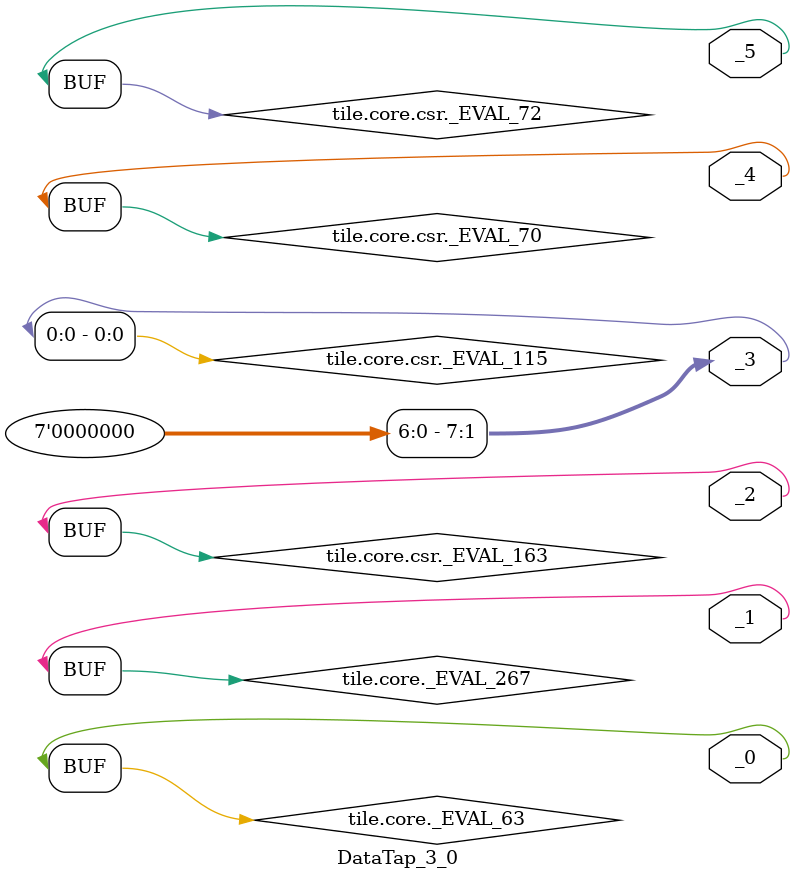
<source format=sv>
module DataTap_3_0(
  output       _5,
  output       _4,
  output [7:0] _3,
  output       _2,
  output       _1,
  output       _0
);
  assign _5 = tile.core.csr._EVAL_72;
  assign _4 = tile.core.csr._EVAL_70;
  assign _3 = tile.core.csr._EVAL_115;
  assign _2 = tile.core.csr._EVAL_163;
  assign _1 = tile.core._EVAL_267;
  assign _0 = tile.core._EVAL_63;
endmodule

</source>
